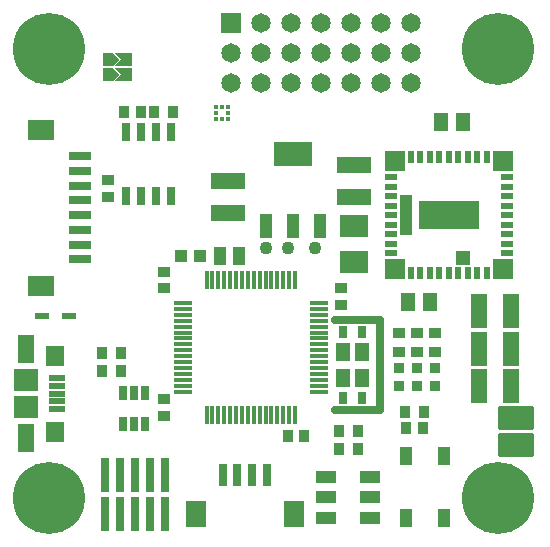
<source format=gts>
G04*
G04 #@! TF.GenerationSoftware,Altium Limited,Altium Designer,21.0.8 (223)*
G04*
G04 Layer_Color=8388736*
%FSLAX25Y25*%
%MOIN*%
G70*
G04*
G04 #@! TF.SameCoordinates,4FC8230A-67FA-47FE-B716-792534C6144D*
G04*
G04*
G04 #@! TF.FilePolarity,Negative*
G04*
G01*
G75*
%ADD55C,0.04331*%
%ADD56R,0.04331X0.03543*%
%ADD57R,0.03543X0.03543*%
G04:AMPARAMS|DCode=58|XSize=122.05mil|YSize=82.68mil|CornerRadius=5.91mil|HoleSize=0mil|Usage=FLASHONLY|Rotation=0.000|XOffset=0mil|YOffset=0mil|HoleType=Round|Shape=RoundedRectangle|*
%AMROUNDEDRECTD58*
21,1,0.12205,0.07087,0,0,0.0*
21,1,0.11024,0.08268,0,0,0.0*
1,1,0.01181,0.05512,-0.03543*
1,1,0.01181,-0.05512,-0.03543*
1,1,0.01181,-0.05512,0.03543*
1,1,0.01181,0.05512,0.03543*
%
%ADD58ROUNDEDRECTD58*%
%ADD59R,0.03150X0.07480*%
%ADD60R,0.06693X0.09055*%
%ADD61R,0.09055X0.06693*%
%ADD62R,0.07480X0.03150*%
%ADD63R,0.04331X0.06496*%
%ADD64R,0.04921X0.05906*%
%ADD65R,0.01567X0.06201*%
%ADD66R,0.06201X0.01567*%
%ADD67C,0.01575*%
%ADD68R,0.04528X0.05906*%
%ADD69R,0.12992X0.07874*%
%ADD70R,0.03937X0.07874*%
%ADD71R,0.04331X0.13386*%
%ADD72R,0.04803X0.04528*%
%ADD73R,0.20079X0.09646*%
%ADD74R,0.04134X0.02362*%
%ADD75R,0.06890X0.06890*%
%ADD76R,0.02362X0.04134*%
%ADD77R,0.11496X0.05512*%
%ADD78R,0.09252X0.07284*%
%ADD79R,0.05512X0.11496*%
%ADD80R,0.02953X0.11614*%
%ADD81R,0.03543X0.04331*%
%ADD82R,0.02756X0.04921*%
%ADD83R,0.04252X0.03465*%
%ADD84R,0.03465X0.04252*%
%ADD85R,0.02953X0.06398*%
%ADD86R,0.05709X0.01968*%
%ADD87R,0.05906X0.06693*%
%ADD88R,0.05512X0.09449*%
%ADD89R,0.07874X0.07480*%
%ADD90R,0.04409X0.06181*%
%ADD91R,0.02520X0.04095*%
%ADD92R,0.04528X0.02362*%
%ADD93R,0.03937X0.04331*%
%ADD94R,0.06693X0.04331*%
%ADD95C,0.02756*%
%ADD96C,0.03740*%
%ADD97C,0.06500*%
%ADD98R,0.06500X0.06500*%
%ADD99C,0.24016*%
%ADD100C,0.02362*%
G36*
X35910Y162166D02*
X41224D01*
X41263Y162162D01*
X41300Y162151D01*
X41334Y162133D01*
X41364Y162108D01*
X41389Y162078D01*
X41407Y162044D01*
X41418Y162007D01*
X41422Y161969D01*
Y158031D01*
X41418Y157993D01*
X41407Y157956D01*
X41389Y157922D01*
X41364Y157892D01*
X41334Y157867D01*
X41300Y157849D01*
X41263Y157837D01*
X41224Y157834D01*
X35910D01*
X35909Y157834D01*
X35890Y157836D01*
X35871Y157837D01*
X35842Y157846D01*
X35834Y157849D01*
X35800Y157867D01*
X35770Y157892D01*
X35745Y157922D01*
X35727Y157956D01*
X35724Y157964D01*
X35715Y157993D01*
X35713Y158012D01*
X35712Y158031D01*
X35713Y158051D01*
X35715Y158070D01*
X35724Y158099D01*
X35727Y158107D01*
X35745Y158141D01*
X35770Y158171D01*
X37598Y160000D01*
X35770Y161829D01*
X35745Y161859D01*
X35727Y161893D01*
X35715Y161930D01*
X35712Y161969D01*
X35715Y162007D01*
X35727Y162044D01*
X35745Y162078D01*
X35770Y162108D01*
X35800Y162133D01*
X35834Y162151D01*
X35871Y162162D01*
X35909Y162166D01*
X35910Y162166D01*
D02*
G37*
G36*
X34964Y162162D02*
X35001Y162151D01*
X35035Y162133D01*
X35065Y162108D01*
X37034Y160140D01*
X37058Y160110D01*
X37076Y160076D01*
X37088Y160039D01*
X37091Y160000D01*
X37088Y159961D01*
X37076Y159924D01*
X37058Y159890D01*
X37034Y159860D01*
X35065Y157892D01*
X35035Y157867D01*
X35001Y157849D01*
X34992Y157846D01*
X34964Y157837D01*
X34944Y157836D01*
X34925Y157834D01*
X34925Y157834D01*
X31776D01*
X31737Y157837D01*
X31700Y157849D01*
X31666Y157867D01*
X31636Y157892D01*
X31611Y157922D01*
X31593Y157956D01*
X31582Y157993D01*
X31578Y158031D01*
Y161969D01*
X31582Y162007D01*
X31593Y162044D01*
X31611Y162078D01*
X31636Y162108D01*
X31666Y162133D01*
X31700Y162151D01*
X31737Y162162D01*
X31776Y162166D01*
X34925D01*
X34925Y162166D01*
X34964Y162162D01*
D02*
G37*
G36*
X35910Y157166D02*
X41224D01*
X41263Y157162D01*
X41300Y157151D01*
X41334Y157133D01*
X41364Y157108D01*
X41389Y157078D01*
X41407Y157044D01*
X41418Y157007D01*
X41422Y156968D01*
Y153032D01*
X41418Y152993D01*
X41407Y152956D01*
X41389Y152922D01*
X41364Y152892D01*
X41334Y152867D01*
X41300Y152849D01*
X41263Y152838D01*
X41224Y152834D01*
X35910D01*
X35909Y152834D01*
X35890Y152836D01*
X35871Y152838D01*
X35842Y152846D01*
X35834Y152849D01*
X35800Y152867D01*
X35770Y152892D01*
X35745Y152922D01*
X35727Y152956D01*
X35724Y152964D01*
X35715Y152993D01*
X35713Y153012D01*
X35712Y153032D01*
X35713Y153051D01*
X35715Y153070D01*
X35724Y153099D01*
X35727Y153107D01*
X35745Y153141D01*
X35770Y153171D01*
X37598Y155000D01*
X35770Y156829D01*
X35745Y156859D01*
X35727Y156893D01*
X35715Y156930D01*
X35712Y156968D01*
X35715Y157007D01*
X35727Y157044D01*
X35745Y157078D01*
X35770Y157108D01*
X35800Y157133D01*
X35834Y157151D01*
X35871Y157162D01*
X35909Y157166D01*
X35910Y157166D01*
D02*
G37*
G36*
X34964Y157162D02*
X35001Y157151D01*
X35035Y157133D01*
X35065Y157108D01*
X37034Y155140D01*
X37058Y155110D01*
X37076Y155076D01*
X37088Y155039D01*
X37091Y155000D01*
X37088Y154961D01*
X37076Y154924D01*
X37058Y154890D01*
X37034Y154860D01*
X35065Y152892D01*
X35035Y152867D01*
X35001Y152849D01*
X34992Y152846D01*
X34964Y152838D01*
X34944Y152836D01*
X34925Y152834D01*
X34925Y152834D01*
X31776D01*
X31737Y152838D01*
X31700Y152849D01*
X31666Y152867D01*
X31636Y152892D01*
X31611Y152922D01*
X31593Y152956D01*
X31582Y152993D01*
X31578Y153032D01*
Y156968D01*
X31582Y157007D01*
X31593Y157044D01*
X31611Y157078D01*
X31636Y157108D01*
X31666Y157133D01*
X31700Y157151D01*
X31737Y157162D01*
X31776Y157166D01*
X34925D01*
X34925Y157166D01*
X34964Y157162D01*
D02*
G37*
D55*
X102500Y97000D02*
D03*
X86000D02*
D03*
X93500D02*
D03*
D56*
X142500Y62350D02*
D03*
Y68650D02*
D03*
X136500Y62350D02*
D03*
Y68650D02*
D03*
X130500Y62350D02*
D03*
Y68650D02*
D03*
D57*
X142500Y51047D02*
D03*
Y56953D02*
D03*
X136500Y51047D02*
D03*
Y56953D02*
D03*
X130493Y51110D02*
D03*
Y57016D02*
D03*
D58*
X169500Y31500D02*
D03*
Y40500D02*
D03*
D59*
X71618Y21342D02*
D03*
X76539D02*
D03*
X81461D02*
D03*
X86382D02*
D03*
D60*
X95240Y8350D02*
D03*
X62760D02*
D03*
D61*
X11000Y136583D02*
D03*
Y84417D02*
D03*
D62*
X23992Y93276D02*
D03*
Y98197D02*
D03*
Y103118D02*
D03*
Y108039D02*
D03*
Y112961D02*
D03*
Y117882D02*
D03*
Y122803D02*
D03*
Y127724D02*
D03*
D63*
X132701Y7165D02*
D03*
Y27835D02*
D03*
X145299Y7165D02*
D03*
Y27835D02*
D03*
D64*
X118150Y53669D02*
D03*
Y62331D02*
D03*
X111850D02*
D03*
Y53669D02*
D03*
D65*
X95764Y41409D02*
D03*
X93795D02*
D03*
X91827D02*
D03*
X89858D02*
D03*
X87890D02*
D03*
X85921D02*
D03*
X83953D02*
D03*
X81984D02*
D03*
X80016D02*
D03*
X78047D02*
D03*
X76079D02*
D03*
X74110D02*
D03*
X72142D02*
D03*
X70173D02*
D03*
X68205D02*
D03*
X66236D02*
D03*
Y86590D02*
D03*
X68205D02*
D03*
X70173D02*
D03*
X72142D02*
D03*
X74110D02*
D03*
X76079D02*
D03*
X78047D02*
D03*
X80016D02*
D03*
X81984D02*
D03*
X83953D02*
D03*
X85921D02*
D03*
X87890D02*
D03*
X89858D02*
D03*
X91827D02*
D03*
X93795D02*
D03*
X95764D02*
D03*
D66*
X58410Y49236D02*
D03*
Y51205D02*
D03*
Y53173D02*
D03*
Y55142D02*
D03*
Y57110D02*
D03*
Y59079D02*
D03*
Y61047D02*
D03*
Y63016D02*
D03*
Y64984D02*
D03*
Y66953D02*
D03*
Y68921D02*
D03*
Y70890D02*
D03*
Y72858D02*
D03*
Y74827D02*
D03*
Y76795D02*
D03*
Y78764D02*
D03*
X103591D02*
D03*
Y76795D02*
D03*
Y74827D02*
D03*
Y72858D02*
D03*
Y70890D02*
D03*
Y68921D02*
D03*
Y66953D02*
D03*
Y64984D02*
D03*
Y63016D02*
D03*
Y61047D02*
D03*
Y59079D02*
D03*
Y57110D02*
D03*
Y55142D02*
D03*
Y53173D02*
D03*
Y51205D02*
D03*
Y49236D02*
D03*
D67*
X73469Y143968D02*
D03*
Y142000D02*
D03*
Y140032D02*
D03*
X71500Y143968D02*
D03*
Y140032D02*
D03*
X69532Y143968D02*
D03*
Y142000D02*
D03*
Y140032D02*
D03*
X39500Y160000D02*
D03*
X33500D02*
D03*
X39500Y155000D02*
D03*
X33500D02*
D03*
D68*
X144260Y139000D02*
D03*
X151740D02*
D03*
X133260Y79000D02*
D03*
X140740D02*
D03*
D69*
X95000Y128508D02*
D03*
D70*
X104055Y104492D02*
D03*
X95000D02*
D03*
X85945D02*
D03*
D71*
X132827Y108000D02*
D03*
D72*
X151673Y93925D02*
D03*
D73*
X147000Y108000D02*
D03*
D74*
X166390Y120598D02*
D03*
Y117449D02*
D03*
Y114299D02*
D03*
Y111150D02*
D03*
Y108000D02*
D03*
Y104850D02*
D03*
Y101701D02*
D03*
Y98551D02*
D03*
Y95402D02*
D03*
X127610D02*
D03*
Y98551D02*
D03*
Y101701D02*
D03*
Y104850D02*
D03*
Y108000D02*
D03*
Y111150D02*
D03*
Y114299D02*
D03*
Y117449D02*
D03*
Y120598D02*
D03*
D75*
X165012Y89988D02*
D03*
X128988D02*
D03*
Y126012D02*
D03*
X165012D02*
D03*
D76*
X159598Y88610D02*
D03*
X156449D02*
D03*
X153299D02*
D03*
X150150D02*
D03*
X147000D02*
D03*
X143850D02*
D03*
X140701D02*
D03*
X137551D02*
D03*
X134402D02*
D03*
Y127390D02*
D03*
X137551D02*
D03*
X140701D02*
D03*
X143850D02*
D03*
X147000D02*
D03*
X150150D02*
D03*
X153299D02*
D03*
X156449D02*
D03*
X159598D02*
D03*
D77*
X115500Y124854D02*
D03*
Y114146D02*
D03*
X73500Y108646D02*
D03*
Y119354D02*
D03*
D78*
X115500Y92594D02*
D03*
Y104405D02*
D03*
D79*
X167854Y51000D02*
D03*
X157146D02*
D03*
X167854Y63500D02*
D03*
X157146D02*
D03*
X167854Y76000D02*
D03*
X157146D02*
D03*
D80*
X52500Y21595D02*
D03*
Y8405D02*
D03*
X47500Y21595D02*
D03*
Y8405D02*
D03*
X42500Y21595D02*
D03*
Y8405D02*
D03*
X37500Y21595D02*
D03*
Y8405D02*
D03*
X32500Y21595D02*
D03*
Y8405D02*
D03*
D81*
X132350Y42500D02*
D03*
X138650D02*
D03*
X55150Y142500D02*
D03*
X48850D02*
D03*
X31350Y62000D02*
D03*
X37650D02*
D03*
X31350Y56000D02*
D03*
X37650D02*
D03*
X116650Y30000D02*
D03*
X110350D02*
D03*
X116650Y36000D02*
D03*
X110350D02*
D03*
D82*
X38260Y48618D02*
D03*
X42000D02*
D03*
X45740D02*
D03*
Y38382D02*
D03*
X42000D02*
D03*
X38260D02*
D03*
D83*
X52000Y41244D02*
D03*
Y46756D02*
D03*
X33500Y119756D02*
D03*
Y114244D02*
D03*
X52000Y83744D02*
D03*
Y89256D02*
D03*
X111000Y78244D02*
D03*
Y83756D02*
D03*
D84*
X38744Y142500D02*
D03*
X44256D02*
D03*
X93244Y34500D02*
D03*
X98756D02*
D03*
X138256Y37000D02*
D03*
X132744D02*
D03*
D85*
X39500Y114323D02*
D03*
X44500D02*
D03*
X49500D02*
D03*
X54500D02*
D03*
Y135677D02*
D03*
X49500D02*
D03*
X44500D02*
D03*
X39500D02*
D03*
D86*
X16532Y43382D02*
D03*
Y53618D02*
D03*
Y51059D02*
D03*
Y48500D02*
D03*
Y45941D02*
D03*
D87*
X15646Y61098D02*
D03*
Y35902D02*
D03*
D88*
X6000Y63264D02*
D03*
Y33736D02*
D03*
D89*
Y53028D02*
D03*
Y43972D02*
D03*
D90*
X77150Y94500D02*
D03*
X70850D02*
D03*
D91*
X111850Y47000D02*
D03*
X118150D02*
D03*
Y69000D02*
D03*
X111850D02*
D03*
D92*
X11520Y74500D02*
D03*
X20480D02*
D03*
D93*
X64150Y94500D02*
D03*
X57850D02*
D03*
D94*
X120783Y7110D02*
D03*
Y14000D02*
D03*
Y20890D02*
D03*
X106217Y7110D02*
D03*
Y14000D02*
D03*
Y20890D02*
D03*
D95*
X124000Y43000D02*
Y73000D01*
X109000Y43000D02*
X116500D01*
X109000Y73000D02*
X116500D01*
Y43000D02*
X124000D01*
X116500Y73000D02*
X124000D01*
D96*
X166500Y31500D02*
D03*
X172500D02*
D03*
Y40500D02*
D03*
X166500D02*
D03*
D97*
X134500Y152000D02*
D03*
Y162000D02*
D03*
Y172000D02*
D03*
X124500Y152000D02*
D03*
Y162000D02*
D03*
Y172000D02*
D03*
X114500Y152000D02*
D03*
Y162000D02*
D03*
Y172000D02*
D03*
X104500Y152000D02*
D03*
Y162000D02*
D03*
Y172000D02*
D03*
X94500Y152000D02*
D03*
Y162000D02*
D03*
Y172000D02*
D03*
X84500Y152000D02*
D03*
Y162000D02*
D03*
Y172000D02*
D03*
X74500Y152000D02*
D03*
Y162000D02*
D03*
D98*
Y172000D02*
D03*
D99*
X13780Y13780D02*
D03*
X163386Y163386D02*
D03*
X13780D02*
D03*
X163386Y13780D02*
D03*
D100*
X147000Y110500D02*
D03*
X151000D02*
D03*
Y105500D02*
D03*
X147000D02*
D03*
X155000Y110500D02*
D03*
Y105500D02*
D03*
M02*

</source>
